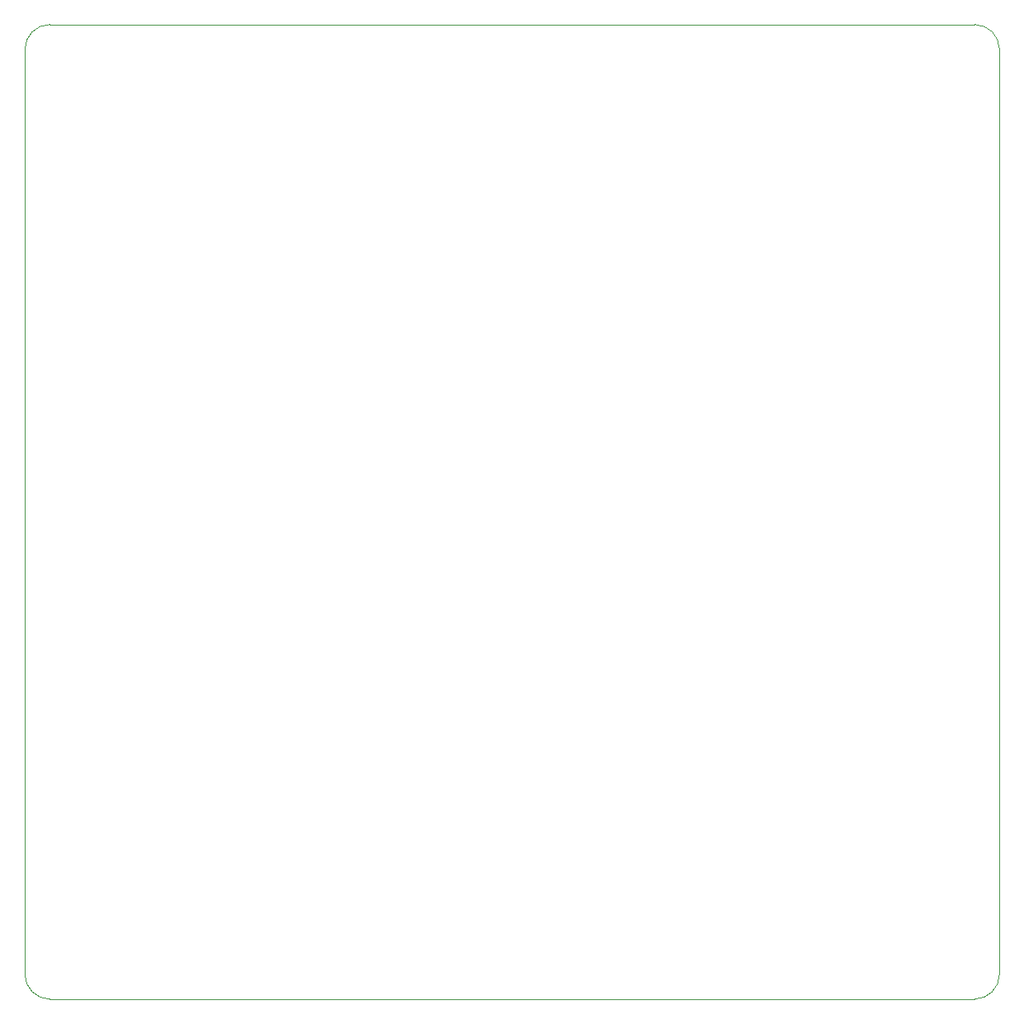
<source format=gbp>
G04 Layer_Color=128*
%FSLAX25Y25*%
%MOIN*%
G70*
G01*
G75*
%ADD59C,0.00394*%
D59*
X600000Y875830D02*
G03*
X590003Y885827I-9997J0D01*
G01*
X589928Y492126D02*
G03*
X600000Y502198I0J10072D01*
G01*
X206299D02*
G03*
X216371Y492126I10072J0D01*
G01*
X216371Y885827D02*
G03*
X206299Y875755I0J-10072D01*
G01*
X218110Y885827D02*
X590003D01*
X600000Y874016D02*
Y875830D01*
Y502198D02*
Y874016D01*
X216371Y492126D02*
X589928D01*
X206299Y502198D02*
Y508268D01*
Y875755D01*
X216371Y885827D02*
X218110D01*
M02*

</source>
